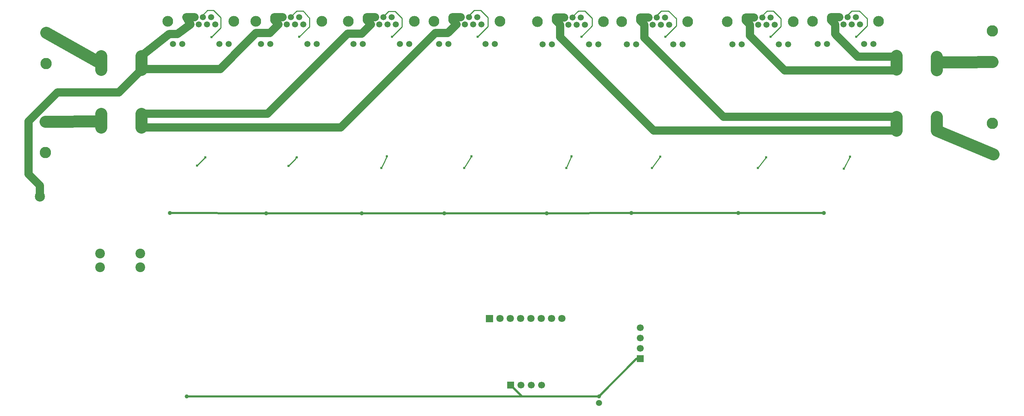
<source format=gbl>
G04 Layer: BottomLayer*
G04 EasyEDA v6.5.9, 2022-07-19 10:17:32*
G04 949b56ed96714d3c9a1e36b78244d617,84c7e2b185e6486294edc9ff802fc075,10*
G04 Gerber Generator version 0.2*
G04 Scale: 100 percent, Rotated: No, Reflected: No *
G04 Dimensions in millimeters *
G04 leading zeros omitted , absolute positions ,4 integer and 5 decimal *
%FSLAX45Y45*%
%MOMM*%

%ADD10C,3.0000*%
%ADD11C,2.0000*%
%ADD12C,0.2540*%
%ADD13C,0.5000*%
%ADD14C,1.4986*%
%ADD15C,2.6416*%
%ADD16C,2.8000*%
%ADD17C,2.4000*%
%ADD18C,1.8000*%
%ADD19C,1.7000*%
%ADD20R,1.7000X1.7000*%
%ADD21C,0.6100*%
%ADD22C,1.0000*%
%ADD23C,2.5000*%
%ADD24C,0.0114*%

%LPD*%
D10*
X24955500Y12573000D02*
G01*
X23559198Y13152297D01*
X22567206Y15003604D02*
G01*
X22567206Y14663595D01*
X2983801Y14990902D02*
G01*
X2983801Y14650897D01*
X3975798Y14990902D02*
G01*
X3975798Y14650897D01*
X2983801Y13568502D02*
G01*
X2983801Y13228497D01*
X3975798Y13568502D02*
G01*
X3975798Y13228497D01*
D11*
X7353300Y15772892D02*
G01*
X7251700Y15874492D01*
X7251700Y15950945D01*
X7251700Y15950945D02*
G01*
X7454900Y15950945D01*
X3975798Y14650897D02*
G01*
X3993400Y14668500D01*
X5918200Y14668500D01*
X6223000Y14986000D01*
X6794500Y15557500D01*
X7137908Y15557500D01*
X7353300Y15772892D01*
X9626600Y15772892D02*
G01*
X9525000Y15874492D01*
X9525000Y15950945D01*
X9525000Y15950945D02*
G01*
X9728200Y15950945D01*
X11734800Y15772892D02*
G01*
X11633200Y15874492D01*
X11633200Y15950945D01*
X11633200Y15950945D02*
G01*
X11836400Y15950945D01*
X3975861Y14990826D02*
G01*
X3975798Y14990902D01*
X4660900Y15532100D01*
X4864354Y15532100D01*
X5181600Y15772892D01*
X5080000Y15950945D01*
X5283200Y15950945D01*
X21056600Y15772892D02*
G01*
X20955000Y15874492D01*
X20955000Y15950945D01*
X20955000Y15950945D02*
G01*
X21158200Y15950945D01*
X21056600Y15772892D02*
G01*
X21056600Y15532100D01*
X21610497Y14978202D01*
X22567201Y14978202D01*
X18961100Y15760192D02*
G01*
X18859500Y15861792D01*
X18859500Y15938245D01*
X18859500Y15938245D02*
G01*
X19062700Y15938245D01*
X16357600Y15760192D02*
G01*
X16256000Y15861792D01*
X16256000Y15938245D01*
X16256000Y15938245D02*
G01*
X16459200Y15938245D01*
X14287500Y15760192D02*
G01*
X14185900Y15861792D01*
X14185900Y15938245D01*
X14185900Y15938245D02*
G01*
X14389100Y15938245D01*
D10*
X23559198Y13492302D02*
G01*
X23559198Y13152297D01*
X1612900Y13373100D02*
G01*
X2983801Y13387590D01*
X2983801Y13412990D01*
X24930100Y14846300D02*
G01*
X24172430Y14837930D01*
X23622698Y14837930D01*
D11*
X9626600Y15772892D02*
G01*
X9398508Y15544800D01*
X9055100Y15544800D01*
X7078799Y13568504D01*
X3975793Y13568504D01*
D12*
X5549900Y12496800D02*
G01*
X5346700Y12293600D01*
X5702300Y15459504D02*
G01*
X5930900Y15688104D01*
X5930900Y15938500D01*
X5753100Y16116300D01*
X5600700Y16116300D01*
X5486400Y16002000D01*
X5486400Y15950945D01*
D11*
X11734800Y15772892D02*
G01*
X11519408Y15557500D01*
X11214100Y15557500D01*
X8885097Y13228497D01*
X3975798Y13228497D01*
D13*
X7048500Y11112500D02*
G01*
X9398000Y11112500D01*
D12*
X9880600Y12230100D02*
G01*
X9956800Y12382500D01*
X10020300Y12522200D01*
X7594600Y12280900D02*
G01*
X7772400Y12458700D01*
X7772400Y12496800D01*
X7861300Y15468600D02*
G01*
X8115300Y15709900D01*
X8115300Y15709900D01*
X8115300Y15925800D01*
X7962900Y16103600D01*
X7797800Y16103600D01*
X7658100Y15963900D01*
X7658100Y15950945D01*
X11925300Y12230100D02*
G01*
X12103100Y12522200D01*
X12103100Y12522200D01*
X10147300Y15468600D02*
G01*
X10388600Y15709900D01*
X10388600Y15925800D01*
X10223500Y16090900D01*
X10058400Y16090900D01*
X9931400Y15963900D01*
X9931400Y15950945D01*
X12255500Y15468600D02*
G01*
X12509500Y15722600D01*
X12509500Y15938500D01*
X12331700Y16116300D01*
X12166600Y16116300D01*
X12039600Y15989300D01*
X12039600Y15950945D01*
X14439900Y12230100D02*
G01*
X14516100Y12407900D01*
X14566900Y12522200D01*
X14808200Y15468600D02*
G01*
X15074900Y15735300D01*
X15074900Y15925800D01*
X14897100Y16103600D01*
X14732000Y16103600D01*
X14592300Y15963900D01*
X14592300Y15938245D01*
X16878300Y15468600D02*
G01*
X17145000Y15735300D01*
X17145000Y15913100D01*
X16954500Y16103600D01*
X16776700Y16103600D01*
X16662400Y15989300D01*
X16662400Y15938245D01*
X16548100Y12230100D02*
G01*
X16751300Y12509500D01*
X16751300Y12509500D01*
D11*
X14287500Y15760192D02*
G01*
X14287500Y15455900D01*
X16591102Y13152297D01*
X22567201Y13152297D01*
D13*
X16040100Y11125200D02*
G01*
X18669000Y11125200D01*
D12*
X19469100Y15468600D02*
G01*
X19723100Y15722600D01*
X19723100Y15913100D01*
X19532600Y16103600D01*
X19380200Y16103600D01*
X19265900Y15989300D01*
X19265900Y15938245D01*
D11*
X18961100Y15760192D02*
G01*
X18961100Y15494000D01*
X19816902Y14638197D01*
X22567201Y14638197D01*
D10*
X22567201Y13492302D02*
G01*
X22567201Y13152297D01*
D12*
X19151600Y12230100D02*
G01*
X19354800Y12496800D01*
X19354800Y12496800D01*
X21424900Y12509500D02*
G01*
X21272500Y12217400D01*
X21272500Y12217400D01*
X21577300Y15468600D02*
G01*
X21844000Y15735300D01*
X21844000Y15913100D01*
X21653500Y16103600D01*
X21463000Y16103600D01*
X21361400Y16002000D01*
X21361400Y15950945D01*
D13*
X18669000Y11125200D02*
G01*
X20777200Y11125200D01*
X13068300Y6883400D02*
G01*
X13347700Y6604000D01*
X15240000Y6604000D01*
D10*
X1625600Y15570200D02*
G01*
X2983738Y14805660D01*
D13*
X11430000Y11112500D02*
G01*
X13957300Y11112500D01*
X9398000Y11112500D02*
G01*
X11430000Y11112500D01*
X13957300Y11112500D02*
G01*
X13957300Y11112500D01*
X16040100Y11125200D01*
X4673600Y11125200D02*
G01*
X4673600Y11125200D01*
X7048500Y11112500D01*
X15240000Y6604000D02*
G01*
X16167100Y7531100D01*
X16256000Y7531100D01*
D11*
X3975798Y14650897D02*
G01*
X3421900Y14097000D01*
X1905000Y14097000D01*
X1193800Y13385800D01*
X1193800Y12077700D01*
X1473200Y11798300D01*
X1473200Y11531600D01*
D13*
X5092700Y6604000D02*
G01*
X15240000Y6604000D01*
D11*
X16357600Y15760192D02*
G01*
X16357600Y15443200D01*
X18308497Y13492302D01*
X22567201Y13492302D01*
D10*
X23558500Y14973300D02*
G01*
X23558500Y14643100D01*
D14*
G01*
X5791200Y15772892D03*
G36*
X5005070Y16025876D02*
G01*
X5154929Y16025876D01*
X5154929Y15876016D01*
X5005070Y15876016D01*
G37*
G01*
X5486400Y15950945D03*
G01*
X5283200Y15950945D03*
G01*
X5384800Y15772892D03*
G01*
X5181600Y15772892D03*
G01*
X5689600Y15950945D03*
D15*
G01*
X4622596Y15848939D03*
G01*
X6248603Y15848939D03*
D14*
G01*
X5588000Y15772892D03*
G01*
X5892545Y15291054D03*
G01*
X6121654Y15291054D03*
G01*
X4749545Y15291054D03*
G01*
X4978654Y15291054D03*
G01*
X7962900Y15772892D03*
G36*
X7176770Y16025876D02*
G01*
X7326629Y16025876D01*
X7326629Y15876016D01*
X7176770Y15876016D01*
G37*
G01*
X7658100Y15950945D03*
G01*
X7454900Y15950945D03*
G01*
X7556500Y15772892D03*
G01*
X7353300Y15772892D03*
G01*
X7861300Y15950945D03*
D15*
G01*
X6794296Y15848939D03*
G01*
X8420303Y15848939D03*
D14*
G01*
X7759700Y15772892D03*
G01*
X8064245Y15291054D03*
G01*
X8293354Y15291054D03*
G01*
X6921245Y15291054D03*
G01*
X7150354Y15291054D03*
G01*
X10236200Y15772892D03*
G36*
X9450070Y16025876D02*
G01*
X9599929Y16025876D01*
X9599929Y15876016D01*
X9450070Y15876016D01*
G37*
G01*
X9931400Y15950945D03*
G01*
X9728200Y15950945D03*
G01*
X9829800Y15772892D03*
G01*
X9626600Y15772892D03*
G01*
X10134600Y15950945D03*
D15*
G01*
X9067596Y15848939D03*
G01*
X10693603Y15848939D03*
D14*
G01*
X10033000Y15772892D03*
G01*
X10337545Y15291054D03*
G01*
X10566654Y15291054D03*
G01*
X9194545Y15291054D03*
G01*
X9423654Y15291054D03*
G01*
X12344400Y15772892D03*
G36*
X11558270Y16025876D02*
G01*
X11708129Y16025876D01*
X11708129Y15876016D01*
X11558270Y15876016D01*
G37*
G01*
X12039600Y15950945D03*
G01*
X11836400Y15950945D03*
G01*
X11938000Y15772892D03*
G01*
X11734800Y15772892D03*
G01*
X12242800Y15950945D03*
D15*
G01*
X11175796Y15848939D03*
G01*
X12801803Y15848939D03*
D14*
G01*
X12141200Y15772892D03*
G01*
X12445745Y15291054D03*
G01*
X12674854Y15291054D03*
G01*
X11302745Y15291054D03*
G01*
X11531854Y15291054D03*
G01*
X14897100Y15760192D03*
G36*
X14110970Y16013176D02*
G01*
X14260829Y16013176D01*
X14260829Y15863316D01*
X14110970Y15863316D01*
G37*
G01*
X14592300Y15938245D03*
G01*
X14389100Y15938245D03*
G01*
X14490700Y15760192D03*
G01*
X14287500Y15760192D03*
G01*
X14795500Y15938245D03*
D15*
G01*
X13728496Y15836239D03*
G01*
X15354503Y15836239D03*
D14*
G01*
X14693900Y15760192D03*
G01*
X14998445Y15278354D03*
G01*
X15227554Y15278354D03*
G01*
X13855445Y15278354D03*
G01*
X14084554Y15278354D03*
G01*
X16967200Y15760192D03*
G36*
X16181070Y16013176D02*
G01*
X16330929Y16013176D01*
X16330929Y15863316D01*
X16181070Y15863316D01*
G37*
G01*
X16662400Y15938245D03*
G01*
X16459200Y15938245D03*
G01*
X16560800Y15760192D03*
G01*
X16357600Y15760192D03*
G01*
X16865600Y15938245D03*
D15*
G01*
X15798596Y15836239D03*
G01*
X17424603Y15836239D03*
D14*
G01*
X16764000Y15760192D03*
G01*
X17068545Y15278354D03*
G01*
X17297654Y15278354D03*
G01*
X15925545Y15278354D03*
G01*
X16154654Y15278354D03*
G01*
X19570700Y15760192D03*
G36*
X18784570Y16013176D02*
G01*
X18934429Y16013176D01*
X18934429Y15863316D01*
X18784570Y15863316D01*
G37*
G01*
X19265900Y15938245D03*
G01*
X19062700Y15938245D03*
G01*
X19164300Y15760192D03*
G01*
X18961100Y15760192D03*
G01*
X19469100Y15938245D03*
D15*
G01*
X18402096Y15836239D03*
G01*
X20028103Y15836239D03*
D14*
G01*
X19367500Y15760192D03*
G01*
X19672045Y15278354D03*
G01*
X19901154Y15278354D03*
G01*
X18529045Y15278354D03*
G01*
X18758154Y15278354D03*
G01*
X21666200Y15772892D03*
G36*
X20880070Y16025876D02*
G01*
X21029929Y16025876D01*
X21029929Y15876016D01*
X20880070Y15876016D01*
G37*
G01*
X21361400Y15950945D03*
G01*
X21158200Y15950945D03*
G01*
X21259800Y15772892D03*
G01*
X21056600Y15772892D03*
G01*
X21564600Y15950945D03*
D15*
G01*
X20497596Y15848939D03*
G01*
X22123603Y15848939D03*
D14*
G01*
X21463000Y15772892D03*
G01*
X21767545Y15291054D03*
G01*
X21996654Y15291054D03*
G01*
X20624545Y15291054D03*
G01*
X20853654Y15291054D03*
D16*
G01*
X1625600Y14808200D03*
G01*
X1625600Y15570200D03*
G01*
X1612900Y12611100D03*
G01*
X1612900Y13373100D03*
G01*
X24930100Y13335000D03*
G01*
X24930100Y12573000D03*
G01*
X24930100Y15608300D03*
G01*
X24930100Y14846300D03*
D17*
G01*
X2983814Y14990902D03*
G01*
X2983814Y14650897D03*
G01*
X3975811Y14650897D03*
G01*
X3975811Y14990902D03*
G01*
X2983814Y13568502D03*
G01*
X2983814Y13228497D03*
G01*
X3975811Y13228497D03*
G01*
X3975811Y13568502D03*
G01*
X23559211Y13152297D03*
G01*
X23559211Y13492302D03*
G01*
X22567214Y13492302D03*
G01*
X22567214Y13152297D03*
G01*
X23559211Y14638197D03*
G01*
X23559211Y14978202D03*
G01*
X22567214Y14978202D03*
G01*
X22567214Y14638197D03*
G01*
X2958414Y10126802D03*
G01*
X2958414Y9786797D03*
G01*
X3950411Y9786797D03*
G01*
X3950411Y10126802D03*
G36*
X12457600Y8611699D02*
G01*
X12637599Y8611699D01*
X12637599Y8431700D01*
X12457600Y8431700D01*
G37*
D18*
G01*
X12801600Y8521700D03*
G01*
X13055600Y8521700D03*
G01*
X13309600Y8521700D03*
G01*
X13563600Y8521700D03*
G01*
X13817600Y8521700D03*
G01*
X14071600Y8521700D03*
G01*
X14325600Y8521700D03*
G36*
X12983298Y6968401D02*
G01*
X13153301Y6968401D01*
X13153301Y6798398D01*
X12983298Y6798398D01*
G37*
D19*
G01*
X13322300Y6883400D03*
G01*
X13576300Y6883400D03*
G01*
X13830300Y6883400D03*
D20*
G01*
X16256000Y7531100D03*
D19*
G01*
X16256000Y7785100D03*
G01*
X16256000Y8039100D03*
G01*
X16256000Y8293100D03*
D21*
G01*
X5549900Y12496800D03*
G01*
X5346700Y12293600D03*
D14*
G01*
X15240000Y6438900D03*
D21*
G01*
X5702300Y15459506D03*
D22*
G01*
X4673600Y11125200D03*
G01*
X7048500Y11112500D03*
D21*
G01*
X7797800Y12496800D03*
G01*
X7594600Y12280900D03*
D22*
G01*
X9398000Y11112500D03*
G01*
X11430000Y11112500D03*
D21*
G01*
X10020300Y12522200D03*
G01*
X9880600Y12230100D03*
G01*
X7861300Y15468600D03*
G01*
X12103100Y12522200D03*
G01*
X11925300Y12230100D03*
G01*
X10147300Y15468600D03*
G01*
X12255500Y15468600D03*
D22*
G01*
X13957300Y11112500D03*
D21*
G01*
X14439900Y12230100D03*
G01*
X14566900Y12522200D03*
G01*
X14808200Y15468600D03*
G01*
X16878300Y15468600D03*
G01*
X16751300Y12509500D03*
G01*
X16548100Y12230100D03*
D22*
G01*
X16040100Y11125200D03*
G01*
X18669000Y11125200D03*
D21*
G01*
X19469100Y15468600D03*
G01*
X19354800Y12496800D03*
G01*
X19151600Y12230100D03*
G01*
X21272500Y12217400D03*
G01*
X21424900Y12509500D03*
D22*
G01*
X20777200Y11125200D03*
D21*
G01*
X21577300Y15468600D03*
D22*
G01*
X15240000Y6604000D03*
G01*
X5092700Y6604000D03*
D23*
G01*
X1473200Y11531600D03*
M02*

</source>
